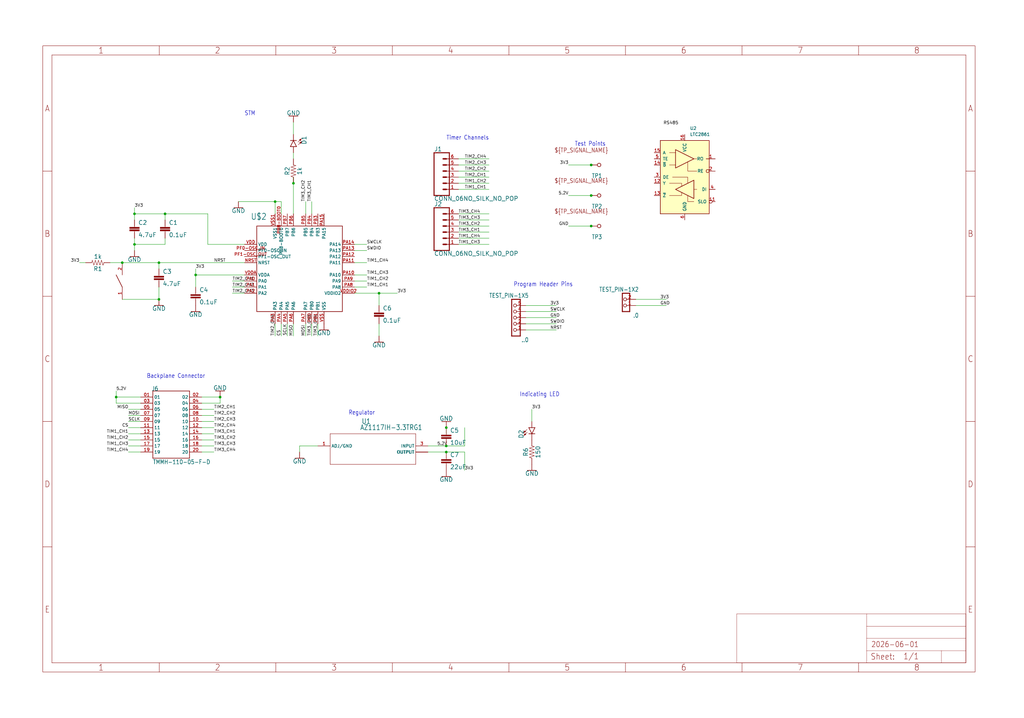
<source format=kicad_sch>
(kicad_sch (version 20231120) (generator "eeschema") (generator_version "8.0")
  (paper "User" 425.45 298.602)
  (lib_symbols
    (symbol "Interface_UART:LTC2861" (pin_names (offset 1.016))
      (property "Reference" "U" (at -8.89 16.51 0))
      (property "Value" "LTC2861" (at 2.54 16.51 0))
      (symbol "LTC2861_0_1"
        (rectangle (start -10.16 15.24) (end 10.16 -15.24) (stroke (width 0.254)) (fill (type background)))
        (polyline (pts (xy 3.81 7.62) (xy 5.08 7.62)))
        (polyline (pts (xy 5.08 -5.08) (xy 3.81 -5.08)))
        (polyline (pts (xy -6.35 5.08) (xy -3.81 5.08) (xy -3.81 5.08)))
        (polyline (pts (xy -6.35 10.16) (xy -3.81 10.16) (xy -3.81 10.16)))
        (polyline (pts (xy -6.35 -7.62) (xy -1.27 -7.62) (xy -1.27 -6.35) (xy -1.27 -6.35)))
        (polyline (pts (xy -6.35 -2.54) (xy -1.27 -2.54) (xy -1.27 -3.81) (xy -1.27 -3.81)))
        (polyline (pts (xy -5.08 0) (xy 1.27 0) (xy 1.27 -2.54) (xy 1.27 -2.54)))
        (polyline (pts (xy 1.27 6.35) (xy 1.27 2.54) (xy 2.54 2.54) (xy 5.08 2.54)))
        (polyline (pts (xy 3.81 -10.16) (xy 1.27 -10.16) (xy 1.27 -7.62) (xy 1.27 -7.62)))
        (polyline (pts (xy -3.81 11.43) (xy -3.81 3.81) (xy 3.81 7.62) (xy -3.81 11.43) (xy -3.81 11.43)) (stroke (width 0.254)))
        (polyline (pts (xy 3.81 -1.27) (xy 3.81 -8.89) (xy -3.81 -5.08) (xy 3.81 -1.27) (xy 3.81 -1.27)) (stroke (width 0.254)))
      )
      (symbol "LTC2861_1_1"
        (pin output line (at 12.7 7.62 180) (length 3.81) (name "RO") (number "1"))
        (pin input inverted (at 12.7 -10.16 180) (length 2.54) (name "SLO") (number "11"))
        (pin output line (at -12.7 -2.54 0) (length 2.54) (name "Y") (number "12"))
        (pin output line (at -12.7 -7.62 0) (length 2.54) (name "~{Z}") (number "13"))
        (pin input line (at -12.7 5.08 0) (length 2.54) (name "~{B}") (number "14"))
        (pin input line (at -12.7 10.16 0) (length 2.54) (name "A") (number "15"))
        (pin power_in line (at 0 17.78 270) (length 2.54) (name "VCC") (number "16"))
        (pin input inverted (at 12.7 2.54 180) (length 3.81) (name "RE") (number "2"))
        (pin input line (at -12.7 0 0) (length 2.54) (name "DE") (number "3"))
        (pin input line (at 12.7 -5.08 180) (length 2.54) (name "DI") (number "4"))
        (pin input line (at -12.7 7.62 0) (length 2.54) (name "TE") (number "5"))
        (pin power_in line (at 0 -17.78 90) (length 2.54) (name "GND") (number "6"))
      )
    )
    (symbol "X16-ESC-Controller-eagle-import:2.55KOHM-0603-1/10W-1%"
      (property "Reference" "R" (at 0 1.524 0))
      (symbol "2.55KOHM-0603-1/10W-1%_1_0"
        (polyline (pts (xy -2.54 0) (xy -2.159 1.016)) (stroke (width 0.1524)))
        (polyline (pts (xy -2.159 1.016) (xy -1.524 -1.016)) (stroke (width 0.1524)))
        (polyline (pts (xy -1.524 -1.016) (xy -0.889 1.016)) (stroke (width 0.1524)))
        (polyline (pts (xy -0.889 1.016) (xy -0.254 -1.016)) (stroke (width 0.1524)))
        (polyline (pts (xy -0.254 -1.016) (xy 0.381 1.016)) (stroke (width 0.1524)))
        (polyline (pts (xy 0.381 1.016) (xy 1.016 -1.016)) (stroke (width 0.1524)))
        (polyline (pts (xy 1.016 -1.016) (xy 1.651 1.016)) (stroke (width 0.1524)))
        (polyline (pts (xy 1.651 1.016) (xy 2.286 -1.016)) (stroke (width 0.1524)))
        (polyline (pts (xy 2.286 -1.016) (xy 2.54 0)) (stroke (width 0.1524)))
        (pin passive line (at -5.08 0 0) (length 2.54) (name "1") (number "1"))
        (pin passive line (at 5.08 0 180) (length 2.54) (name "2") (number "2"))
      )
    )
    (symbol "X16-ESC-Controller-eagle-import:4.7PF-0603-50V-5%"
      (property "Reference" "C" (at 1.524 2.921 0))
      (symbol "4.7PF-0603-50V-5%_1_0"
        (rectangle (start -2.032 0.508) (end 2.032 1.016) (fill (type outline)))
        (rectangle (start -2.032 1.524) (end 2.032 2.032) (fill (type outline)))
        (polyline (pts (xy 0 0) (xy 0 0.508)) (stroke (width 0.1524)))
        (polyline (pts (xy 0 2.54) (xy 0 2.032)) (stroke (width 0.1524)))
        (pin passive line (at 0 5.08 270) (length 2.54) (name "1") (number "1"))
        (pin passive line (at 0 -2.54 90) (length 2.54) (name "2") (number "2"))
      )
    )
    (symbol "X16-ESC-Controller-eagle-import:A3L-LOC"
      (symbol "A3L-LOC_1_0"
        (polyline (pts (xy 0 52.07) (xy 3.81 52.07)))
        (polyline (pts (xy 0 104.14) (xy 3.81 104.14)))
        (polyline (pts (xy 0 156.21) (xy 3.81 156.21)))
        (polyline (pts (xy 0 208.28) (xy 3.81 208.28)))
        (polyline (pts (xy 3.81 3.81) (xy 3.81 256.54)))
        (polyline (pts (xy 48.4188 0) (xy 48.4188 3.81)))
        (polyline (pts (xy 48.4188 256.54) (xy 48.4188 260.35)))
        (polyline (pts (xy 96.8375 0) (xy 96.8375 3.81)))
        (polyline (pts (xy 96.8375 256.54) (xy 96.8375 260.35)))
        (polyline (pts (xy 145.2563 0) (xy 145.2563 3.81)))
        (polyline (pts (xy 145.2563 256.54) (xy 145.2563 260.35)))
        (polyline (pts (xy 193.675 0) (xy 193.675 3.81)))
        (polyline (pts (xy 193.675 256.54) (xy 193.675 260.35)))
        (polyline (pts (xy 242.0938 0) (xy 242.0938 3.81)))
        (polyline (pts (xy 242.0938 256.54) (xy 242.0938 260.35)))
        (polyline (pts (xy 288.29 3.81) (xy 288.29 24.13)) (stroke (width 0.1016)))
        (polyline (pts (xy 288.29 3.81) (xy 342.265 3.81)) (stroke (width 0.1016)))
        (polyline (pts (xy 288.29 24.13) (xy 342.265 24.13)) (stroke (width 0.1016)))
        (polyline (pts (xy 290.5125 0) (xy 290.5125 3.81)))
        (polyline (pts (xy 290.5125 256.54) (xy 290.5125 260.35)))
        (polyline (pts (xy 338.9313 0) (xy 338.9313 3.81)))
        (polyline (pts (xy 338.9313 256.54) (xy 338.9313 260.35)))
        (polyline (pts (xy 342.265 3.81) (xy 373.38 3.81)) (stroke (width 0.1016)))
        (polyline (pts (xy 342.265 8.89) (xy 342.265 3.81)) (stroke (width 0.1016)))
        (polyline (pts (xy 342.265 8.89) (xy 342.265 13.97)) (stroke (width 0.1016)))
        (polyline (pts (xy 342.265 13.97) (xy 342.265 19.05)) (stroke (width 0.1016)))
        (polyline (pts (xy 342.265 13.97) (xy 383.54 13.97)) (stroke (width 0.1016)))
        (polyline (pts (xy 342.265 19.05) (xy 342.265 24.13)) (stroke (width 0.1016)))
        (polyline (pts (xy 342.265 19.05) (xy 383.54 19.05)) (stroke (width 0.1016)))
        (polyline (pts (xy 342.265 24.13) (xy 383.54 24.13)) (stroke (width 0.1016)))
        (polyline (pts (xy 373.38 3.81) (xy 373.38 8.89)) (stroke (width 0.1016)))
        (polyline (pts (xy 373.38 3.81) (xy 383.54 3.81)) (stroke (width 0.1016)))
        (polyline (pts (xy 373.38 8.89) (xy 342.265 8.89)) (stroke (width 0.1016)))
        (polyline (pts (xy 373.38 8.89) (xy 383.54 8.89)) (stroke (width 0.1016)))
        (polyline (pts (xy 383.54 3.81) (xy 3.81 3.81)))
        (polyline (pts (xy 383.54 3.81) (xy 383.54 8.89)) (stroke (width 0.1016)))
        (polyline (pts (xy 383.54 3.81) (xy 383.54 256.54)))
        (polyline (pts (xy 383.54 8.89) (xy 383.54 13.97)) (stroke (width 0.1016)))
        (polyline (pts (xy 383.54 13.97) (xy 383.54 19.05)) (stroke (width 0.1016)))
        (polyline (pts (xy 383.54 19.05) (xy 383.54 24.13)) (stroke (width 0.1016)))
        (polyline (pts (xy 383.54 52.07) (xy 387.35 52.07)))
        (polyline (pts (xy 383.54 104.14) (xy 387.35 104.14)))
        (polyline (pts (xy 383.54 156.21) (xy 387.35 156.21)))
        (polyline (pts (xy 383.54 208.28) (xy 387.35 208.28)))
        (polyline (pts (xy 383.54 256.54) (xy 3.81 256.54)))
        (polyline (pts (xy 0 0) (xy 387.35 0) (xy 387.35 260.35) (xy 0 260.35) (xy 0 0)))
        (text "${#}/${##}" (at 357.505 5.08 0) (effects (font (size 2.54 2.159)) (justify left bottom)))
        (text "${CURRENT_DATE}" (at 344.17 10.16 0) (effects (font (size 2.286 1.9431)) (justify left bottom)))
        (text "${PROJECTNAME}" (at 344.17 15.24 0) (effects (font (size 2.54 2.159)) (justify left bottom)))
        (text "1" (at 24.2094 1.905 0) (effects (font (size 2.54 2.286))))
        (text "1" (at 24.2094 258.445 0) (effects (font (size 2.54 2.286))))
        (text "2" (at 72.6281 1.905 0) (effects (font (size 2.54 2.286))))
        (text "2" (at 72.6281 258.445 0) (effects (font (size 2.54 2.286))))
        (text "3" (at 121.0469 1.905 0) (effects (font (size 2.54 2.286))))
        (text "3" (at 121.0469 258.445 0) (effects (font (size 2.54 2.286))))
        (text "4" (at 169.4656 1.905 0) (effects (font (size 2.54 2.286))))
        (text "4" (at 169.4656 258.445 0) (effects (font (size 2.54 2.286))))
        (text "5" (at 217.8844 1.905 0) (effects (font (size 2.54 2.286))))
        (text "5" (at 217.8844 258.445 0) (effects (font (size 2.54 2.286))))
        (text "6" (at 266.3031 1.905 0) (effects (font (size 2.54 2.286))))
        (text "6" (at 266.3031 258.445 0) (effects (font (size 2.54 2.286))))
        (text "7" (at 314.7219 1.905 0) (effects (font (size 2.54 2.286))))
        (text "7" (at 314.7219 258.445 0) (effects (font (size 2.54 2.286))))
        (text "8" (at 363.1406 1.905 0) (effects (font (size 2.54 2.286))))
        (text "8" (at 363.1406 258.445 0) (effects (font (size 2.54 2.286))))
        (text "A" (at 1.905 234.315 0) (effects (font (size 2.54 2.286))))
        (text "A" (at 385.445 234.315 0) (effects (font (size 2.54 2.286))))
        (text "B" (at 1.905 182.245 0) (effects (font (size 2.54 2.286))))
        (text "B" (at 385.445 182.245 0) (effects (font (size 2.54 2.286))))
        (text "C" (at 1.905 130.175 0) (effects (font (size 2.54 2.286))))
        (text "C" (at 385.445 130.175 0) (effects (font (size 2.54 2.286))))
        (text "D" (at 1.905 78.105 0) (effects (font (size 2.54 2.286))))
        (text "D" (at 385.445 78.105 0) (effects (font (size 2.54 2.286))))
        (text "E" (at 1.905 26.035 0) (effects (font (size 2.54 2.286))))
        (text "E" (at 385.445 26.035 0) (effects (font (size 2.54 2.286))))
        (text "Sheet:" (at 343.916 4.953 0) (effects (font (size 2.54 2.159)) (justify left bottom)))
      )
    )
    (symbol "X16-ESC-Controller-eagle-import:AZ1117IH-3.3TRG1"
      (symbol "AZ1117IH-3.3TRG1_1_0"
        (polyline (pts (xy 7.62 -7.62) (xy 43.18 -7.62)) (stroke (width 0.1524)))
        (polyline (pts (xy 7.62 5.08) (xy 7.62 -7.62)) (stroke (width 0.1524)))
        (polyline (pts (xy 43.18 -7.62) (xy 43.18 5.08)) (stroke (width 0.1524)))
        (polyline (pts (xy 43.18 5.08) (xy 7.62 5.08)) (stroke (width 0.1524)))
        (pin passive line (at 2.54 0 0) (length 5.08) (name "ADJ/GND") (number "1"))
        (pin output line (at 48.26 -2.54 180) (length 5.08) (name "OUTPUT") (number "2"))
        (pin passive line (at 48.26 0 180) (length 5.08) (name "INPUT") (number "3"))
        (pin output line (at 48.26 -2.54 180) (length 5.08) (name "OUTPUT") (number "4"))
      )
    )
    (symbol "X16-ESC-Controller-eagle-import:CONN_06NO_SILK_NO_POP"
      (property "Reference" "J" (at -5.08 10.668 0))
      (symbol "CONN_06NO_SILK_NO_POP_1_0"
        (polyline (pts (xy -5.08 10.16) (xy -5.08 -7.62)) (stroke (width 0.4064)))
        (polyline (pts (xy -5.08 10.16) (xy 1.27 10.16)) (stroke (width 0.4064)))
        (polyline (pts (xy -1.27 -5.08) (xy 0 -5.08)) (stroke (width 0.6096)))
        (polyline (pts (xy -1.27 -2.54) (xy 0 -2.54)) (stroke (width 0.6096)))
        (polyline (pts (xy -1.27 0) (xy 0 0)) (stroke (width 0.6096)))
        (polyline (pts (xy -1.27 2.54) (xy 0 2.54)) (stroke (width 0.6096)))
        (polyline (pts (xy -1.27 5.08) (xy 0 5.08)) (stroke (width 0.6096)))
        (polyline (pts (xy -1.27 7.62) (xy 0 7.62)) (stroke (width 0.6096)))
        (polyline (pts (xy 1.27 -7.62) (xy -5.08 -7.62)) (stroke (width 0.4064)))
        (polyline (pts (xy 1.27 -7.62) (xy 1.27 10.16)) (stroke (width 0.4064)))
        (pin passive line (at 5.08 -5.08 180) (length 5.08) (name "1") (number "1"))
        (pin passive line (at 5.08 -2.54 180) (length 5.08) (name "2") (number "2"))
        (pin passive line (at 5.08 0 180) (length 5.08) (name "3") (number "3"))
        (pin passive line (at 5.08 2.54 180) (length 5.08) (name "4") (number "4"))
        (pin passive line (at 5.08 5.08 180) (length 5.08) (name "5") (number "5"))
        (pin passive line (at 5.08 7.62 180) (length 5.08) (name "6") (number "6"))
      )
    )
    (symbol "X16-ESC-Controller-eagle-import:GND" (power)
      (symbol "GND_1_0"
        (polyline (pts (xy -1.905 0) (xy 1.905 0)) (stroke (width 0.254)))
        (pin power_in line (at 0 2.54 270) (length 2.54) (name "GND") (number "1"))
      )
    )
    (symbol "X16-ESC-Controller-eagle-import:IC_STM32F042K6T6"
      (symbol "IC_STM32F042K6T6_1_0"
        (polyline (pts (xy -17.78 -17.78) (xy 17.78 -17.78)) (stroke (width 0.254)))
        (polyline (pts (xy -17.78 17.78) (xy -17.78 -17.78)) (stroke (width 0.254)))
        (polyline (pts (xy 17.78 -17.78) (xy 17.78 17.78)) (stroke (width 0.254)))
        (polyline (pts (xy 17.78 17.78) (xy -17.78 17.78)) (stroke (width 0.254)))
        (pin bidirectional line (at -22.86 2.54 0) (length 5.08) (name "NRST") (number "NRST"))
        (pin bidirectional line (at -22.86 -5.08 0) (length 5.08) (name "PA0") (number "PA0"))
        (pin bidirectional line (at -22.86 -7.62 0) (length 5.08) (name "PA1") (number "PA1"))
        (pin bidirectional line (at 22.86 -2.54 180) (length 5.08) (name "PA10") (number "PA10"))
        (pin bidirectional line (at 22.86 2.54 180) (length 5.08) (name "PA11") (number "PA11"))
        (pin bidirectional line (at 22.86 5.08 180) (length 5.08) (name "PA12") (number "PA12"))
        (pin bidirectional line (at 22.86 7.62 180) (length 5.08) (name "PA13") (number "PA13"))
        (pin bidirectional line (at 22.86 10.16 180) (length 5.08) (name "PA14") (number "PA14"))
        (pin bidirectional line (at 10.16 22.86 270) (length 5.08) (name "PA15") (number "PA15"))
        (pin bidirectional line (at -22.86 -10.16 0) (length 5.08) (name "PA2") (number "PA2"))
        (pin bidirectional line (at -10.16 -22.86 90) (length 5.08) (name "PA3") (number "PA3"))
        (pin bidirectional line (at -7.62 -22.86 90) (length 5.08) (name "PA4") (number "PA4"))
        (pin bidirectional line (at -5.08 -22.86 90) (length 5.08) (name "PA5") (number "PA5"))
        (pin bidirectional line (at -2.54 -22.86 90) (length 5.08) (name "PA6") (number "PA6"))
        (pin bidirectional line (at 2.54 -22.86 90) (length 5.08) (name "PA7") (number "PA7"))
        (pin bidirectional line (at 22.86 -7.62 180) (length 5.08) (name "PA8") (number "PA8"))
        (pin bidirectional line (at 22.86 -5.08 180) (length 5.08) (name "PA9") (number "PA9"))
        (pin bidirectional line (at 5.08 -22.86 90) (length 5.08) (name "PB0") (number "PB0"))
        (pin bidirectional line (at 7.62 -22.86 90) (length 5.08) (name "PB1") (number "PB1"))
        (pin bidirectional line (at 7.62 22.86 270) (length 5.08) (name "PB3") (number "PB3"))
        (pin bidirectional line (at 5.08 22.86 270) (length 5.08) (name "PB4") (number "PB4"))
        (pin bidirectional line (at 2.54 22.86 270) (length 5.08) (name "PB5") (number "PB5"))
        (pin bidirectional line (at -2.54 22.86 270) (length 5.08) (name "PB6") (number "PB6"))
        (pin bidirectional line (at -5.08 22.86 270) (length 5.08) (name "PB7") (number "PB7"))
        (pin bidirectional line (at -7.62 22.86 270) (length 5.08) (name "PB8-BOOT0") (number "PB8-BOOT0"))
        (pin bidirectional line (at -22.86 7.62 0) (length 5.08) (name "PF0-OSC_IN") (number "PF0-OSC_IN"))
        (pin bidirectional line (at -22.86 5.08 0) (length 5.08) (name "PF1-OSC_OUT") (number "PF1-OSC_OUT"))
        (pin bidirectional line (at -22.86 10.16 0) (length 5.08) (name "VDD") (number "VDD"))
        (pin bidirectional line (at -22.86 -2.54 0) (length 5.08) (name "VDDA") (number "VDDA"))
        (pin bidirectional line (at 22.86 -10.16 180) (length 5.08) (name "VDDIO2") (number "VDDIO2"))
        (pin bidirectional line (at 10.16 -22.86 90) (length 5.08) (name "VSS") (number "VSS"))
        (pin bidirectional line (at -10.16 22.86 270) (length 5.08) (name "VSS1") (number "VSS1"))
      )
    )
    (symbol "X16-ESC-Controller-eagle-import:LED-GREEN0805-PG"
      (property "Reference" "D" (at -3.429 -4.572 90))
      (symbol "LED-GREEN0805-PG_1_0"
        (polyline (pts (xy -2.032 -0.762) (xy -3.429 -2.159)) (stroke (width 0.1524)))
        (polyline (pts (xy -1.905 -1.905) (xy -3.302 -3.302)) (stroke (width 0.1524)))
        (polyline (pts (xy 0 -2.54) (xy -1.27 -2.54)) (stroke (width 0.254)))
        (polyline (pts (xy 0 -2.54) (xy -1.27 0)) (stroke (width 0.254)))
        (polyline (pts (xy 1.27 -2.54) (xy 0 -2.54)) (stroke (width 0.254)))
        (polyline (pts (xy 1.27 0) (xy -1.27 0)) (stroke (width 0.254)))
        (polyline (pts (xy 1.27 0) (xy 0 -2.54)) (stroke (width 0.254)))
        (polyline (pts (xy -3.429 -2.159) (xy -3.048 -1.27) (xy -2.54 -1.778)) (stroke (width 0.1524)) (fill (type outline)))
        (polyline (pts (xy -3.302 -3.302) (xy -2.921 -2.413) (xy -2.413 -2.921)) (stroke (width 0.1524)) (fill (type outline)))
        (pin passive line (at 0 2.54 270) (length 2.54) (name "A") (number "A"))
        (pin passive line (at 0 -5.08 90) (length 2.54) (name "C") (number "C"))
      )
    )
    (symbol "X16-ESC-Controller-eagle-import:SWITCH_DISCRETECOMPONENTS"
      (symbol "SWITCH_DISCRETECOMPONENTS_1_0"
        (polyline (pts (xy -2.54 0) (xy 2.54 2.54)) (stroke (width 0.254)))
        (pin bidirectional line (at -7.62 0 0) (length 5.08) (name "P$1") (number "1"))
        (pin bidirectional line (at 7.62 0 180) (length 5.08) (name "P$2") (number "2"))
      )
    )
    (symbol "X16-ESC-Controller-eagle-import:TESTPOINT_5.04MM"
      (property "Reference" "TP" (at -1.27 3.556 0))
      (symbol "TESTPOINT_5.04MM_1_0"
        (circle (center 0 0) (radius 0.7184) (stroke (width 0.254)))
        (text "${TP_SIGNAL_NAME}" (at -3.81 -5.08 0) (effects (font (size 1.778 1.5113)) (justify left bottom)))
        (pin input line (at 3.302 0 180) (length 2.54) (name "TP") (number "TP"))
      )
    )
    (symbol "X16-ESC-Controller-eagle-import:TEST_PIN-1X2"
      (property "Reference" "JP" (at -6.35 5.715 0))
      (symbol "TEST_PIN-1X2_1_0"
        (polyline (pts (xy -2.54 -2.54) (xy 0.508 -2.54)) (stroke (width 0.4064)))
        (polyline (pts (xy -2.54 5.08) (xy -2.54 -2.54)) (stroke (width 0.4064)))
        (polyline (pts (xy 0.508 -2.54) (xy 0.508 5.08)) (stroke (width 0.4064)))
        (polyline (pts (xy 0.508 5.08) (xy -2.54 5.08)) (stroke (width 0.4064)))
        (pin passive inverted (at -5.08 2.54 0) (length 5.08) (name "1") (number "1"))
        (pin passive inverted (at -5.08 0 0) (length 5.08) (name "2") (number "2"))
      )
    )
    (symbol "X16-ESC-Controller-eagle-import:TEST_PIN-1X5"
      (property "Reference" "JP" (at -6.35 8.255 0))
      (symbol "TEST_PIN-1X5_1_0"
        (polyline (pts (xy -2.794 -7.62) (xy 0.762 -7.62)) (stroke (width 0.4064)))
        (polyline (pts (xy -2.794 7.62) (xy -2.794 -7.62)) (stroke (width 0.4064)))
        (polyline (pts (xy 0.762 -7.62) (xy 0.762 7.62)) (stroke (width 0.4064)))
        (polyline (pts (xy 0.762 7.62) (xy -2.794 7.62)) (stroke (width 0.4064)))
        (pin passive inverted (at -5.08 5.08 0) (length 5.08) (name "1") (number "1"))
        (pin passive inverted (at -5.08 2.54 0) (length 5.08) (name "2") (number "2"))
        (pin passive inverted (at -5.08 0 0) (length 5.08) (name "3") (number "3"))
        (pin passive inverted (at -5.08 -2.54 0) (length 5.08) (name "4") (number "4"))
        (pin passive inverted (at -5.08 -5.08 0) (length 5.08) (name "5") (number "5"))
      )
    )
    (symbol "X16-ESC-Controller-eagle-import:TMMH-110-05-F-D"
      (property "Reference" "J" (at -8.12 15.24 0))
      (symbol "TMMH-110-05-F-D_1_0"
        (polyline (pts (xy -7.62 -12.7) (xy -7.62 15.24)) (stroke (width 0.254)))
        (polyline (pts (xy -7.62 15.24) (xy 7.62 15.24)) (stroke (width 0.254)))
        (polyline (pts (xy 7.62 -12.7) (xy -7.62 -12.7)) (stroke (width 0.254)))
        (polyline (pts (xy 7.62 15.24) (xy 7.62 -12.7)) (stroke (width 0.254)))
        (pin passive line (at -12.7 12.7 0) (length 5.08) (name "01") (number "01"))
        (pin passive line (at 12.7 12.7 180) (length 5.08) (name "02") (number "02"))
        (pin passive line (at -12.7 10.16 0) (length 5.08) (name "03") (number "03"))
        (pin passive line (at 12.7 10.16 180) (length 5.08) (name "04") (number "04"))
        (pin passive line (at -12.7 7.62 0) (length 5.08) (name "05") (number "05"))
        (pin passive line (at 12.7 7.62 180) (length 5.08) (name "06") (number "06"))
        (pin passive line (at -12.7 5.08 0) (length 5.08) (name "07") (number "07"))
        (pin passive line (at 12.7 5.08 180) (length 5.08) (name "08") (number "08"))
        (pin passive line (at -12.7 2.54 0) (length 5.08) (name "09") (number "09"))
        (pin passive line (at 12.7 2.54 180) (length 5.08) (name "10") (number "10"))
        (pin passive line (at -12.7 0 0) (length 5.08) (name "11") (number "11"))
        (pin passive line (at 12.7 0 180) (length 5.08) (name "12") (number "12"))
        (pin passive line (at -12.7 -2.54 0) (length 5.08) (name "13") (number "13"))
        (pin passive line (at 12.7 -2.54 180) (length 5.08) (name "14") (number "14"))
        (pin passive line (at -12.7 -5.08 0) (length 5.08) (name "15") (number "15"))
        (pin passive line (at 12.7 -5.08 180) (length 5.08) (name "16") (number "16"))
        (pin passive line (at -12.7 -7.62 0) (length 5.08) (name "17") (number "17"))
        (pin passive line (at 12.7 -7.62 180) (length 5.08) (name "18") (number "18"))
        (pin passive line (at -12.7 -10.16 0) (length 5.08) (name "19") (number "19"))
        (pin passive line (at 12.7 -10.16 180) (length 5.08) (name "20") (number "20"))
      )
    )
  )
  (junction (at 55.88 88.9))
  (junction (at 66.04 124.46))
  (junction (at 66.04 109.22))
  (junction (at 68.58 88.9))
  (junction (at 81.28 114.3))
  (junction (at 245.618 68.58))
  (junction (at 157.48 121.92))
  (junction (at 114.3 83.82))
  (junction (at 55.88 101.6))
  (junction (at 50.8 109.22))
  (junction (at 245.618 93.98))
  (junction (at 185.42 185.42))
  (junction (at 185.42 187.96))
  (junction (at 245.618 81.28))
  (junction (at 48.26 165.1))
  (junction (at 91.44 165.1))
  (junction (at 185.42 177.8))
  (junction (at 121.92 76.2))
  (wire (pts (xy 124.46 185.42) (xy 124.46 187.96)) (stroke (width 0.1524)))
  (wire (pts (xy 147.32 109.22) (xy 152.4 109.22)) (stroke (width 0.1524)))
  (wire (pts (xy 55.88 86.36) (xy 55.88 88.9)) (stroke (width 0.1524)))
  (wire (pts (xy 66.04 109.22) (xy 50.8 109.22)) (stroke (width 0.1524)))
  (wire (pts (xy 83.82 182.88) (xy 88.9 182.88)) (stroke (width 0.1524)))
  (wire (pts (xy 121.92 134.62) (xy 121.92 139.7)) (stroke (width 0.1524)))
  (wire (pts (xy 190.5 91.44) (xy 203.2 91.44)) (stroke (width 0.1524)))
  (wire (pts (xy 185.42 187.96) (xy 193.04 187.96)) (stroke (width 0.1524)))
  (wire (pts (xy 86.36 101.6) (xy 86.36 88.9)) (stroke (width 0.1524)))
  (wire (pts (xy 83.82 187.96) (xy 88.9 187.96)) (stroke (width 0.1524)))
  (wire (pts (xy 245.618 81.28) (xy 236.22 81.28)) (stroke (width 0.1524)))
  (wire (pts (xy 190.5 76.2) (xy 203.2 76.2)) (stroke (width 0.1524)))
  (wire (pts (xy 58.42 177.8) (xy 53.34 177.8)) (stroke (width 0.1524)))
  (wire (pts (xy 83.82 185.42) (xy 88.9 185.42)) (stroke (width 0.1524)))
  (wire (pts (xy 246.38 68.58) (xy 245.618 68.58)) (stroke (width 0.1524)))
  (wire (pts (xy 147.32 116.84) (xy 152.4 116.84)) (stroke (width 0.1524)))
  (wire (pts (xy 83.82 177.8) (xy 88.9 177.8)) (stroke (width 0.1524)))
  (wire (pts (xy 68.58 99.06) (xy 68.58 101.6)) (stroke (width 0.1524)))
  (wire (pts (xy 114.3 134.62) (xy 114.3 139.7)) (stroke (width 0.1524)))
  (wire (pts (xy 246.38 81.28) (xy 245.618 81.28)) (stroke (width 0.1524)))
  (wire (pts (xy 121.92 55.88) (xy 121.92 50.8)) (stroke (width 0.1524)))
  (wire (pts (xy 129.54 134.62) (xy 129.54 139.7)) (stroke (width 0.1524)))
  (wire (pts (xy 190.5 73.66) (xy 203.2 73.66)) (stroke (width 0.1524)))
  (wire (pts (xy 218.44 129.54) (xy 231.14 129.54)) (stroke (width 0.1524)))
  (wire (pts (xy 116.84 88.9) (xy 116.84 83.82)) (stroke (width 0.1524)))
  (wire (pts (xy 48.26 167.64) (xy 48.26 165.1)) (stroke (width 0.1524)))
  (wire (pts (xy 101.6 101.6) (xy 86.36 101.6)) (stroke (width 0.1524)))
  (wire (pts (xy 50.8 109.22) (xy 45.72 109.22)) (stroke (width 0.1524)))
  (wire (pts (xy 101.6 116.84) (xy 96.52 116.84)) (stroke (width 0.1524)))
  (wire (pts (xy 264.16 127) (xy 276.86 127)) (stroke (width 0.1524)))
  (wire (pts (xy 58.42 187.96) (xy 53.34 187.96)) (stroke (width 0.1524)))
  (wire (pts (xy 81.28 114.3) (xy 81.28 111.76)) (stroke (width 0.1524)))
  (wire (pts (xy 83.82 172.72) (xy 88.9 172.72)) (stroke (width 0.1524)))
  (wire (pts (xy 81.28 114.3) (xy 101.6 114.3)) (stroke (width 0.1524)))
  (wire (pts (xy 193.04 187.96) (xy 193.04 195.58)) (stroke (width 0.1524)))
  (wire (pts (xy 55.88 99.06) (xy 55.88 101.6)) (stroke (width 0.1524)))
  (wire (pts (xy 218.44 134.62) (xy 231.14 134.62)) (stroke (width 0.1524)))
  (wire (pts (xy 121.92 88.9) (xy 121.92 76.2)) (stroke (width 0.1524)))
  (wire (pts (xy 58.42 182.88) (xy 53.34 182.88)) (stroke (width 0.1524)))
  (wire (pts (xy 190.5 101.6) (xy 203.2 101.6)) (stroke (width 0.1524)))
  (wire (pts (xy 147.32 119.38) (xy 152.4 119.38)) (stroke (width 0.1524)))
  (wire (pts (xy 127 134.62) (xy 127 139.7)) (stroke (width 0.1524)))
  (wire (pts (xy 86.36 88.9) (xy 68.58 88.9)) (stroke (width 0.1524)))
  (wire (pts (xy 147.32 101.6) (xy 152.4 101.6)) (stroke (width 0.1524)))
  (wire (pts (xy 101.6 121.92) (xy 96.52 121.92)) (stroke (width 0.1524)))
  (wire (pts (xy 55.88 91.44) (xy 55.88 88.9)) (stroke (width 0.1524)))
  (wire (pts (xy 190.5 99.06) (xy 203.2 99.06)) (stroke (width 0.1524)))
  (wire (pts (xy 58.42 172.72) (xy 53.34 172.72)) (stroke (width 0.1524)))
  (wire (pts (xy 58.42 180.34) (xy 53.34 180.34)) (stroke (width 0.1524)))
  (wire (pts (xy 101.6 119.38) (xy 96.52 119.38)) (stroke (width 0.1524)))
  (wire (pts (xy 83.82 180.34) (xy 88.9 180.34)) (stroke (width 0.1524)))
  (wire (pts (xy 218.44 137.16) (xy 231.14 137.16)) (stroke (width 0.1524)))
  (wire (pts (xy 66.04 124.46) (xy 66.04 119.38)) (stroke (width 0.1524)))
  (wire (pts (xy 68.58 88.9) (xy 55.88 88.9)) (stroke (width 0.1524)))
  (wire (pts (xy 190.5 66.04) (xy 203.2 66.04)) (stroke (width 0.1524)))
  (wire (pts (xy 121.92 66.04) (xy 121.92 63.5)) (stroke (width 0.1524)))
  (wire (pts (xy 185.42 185.42) (xy 193.04 185.42)) (stroke (width 0.1524)))
  (wire (pts (xy 114.3 88.9) (xy 114.3 83.82)) (stroke (width 0.1524)))
  (wire (pts (xy 81.28 114.3) (xy 81.28 119.38)) (stroke (width 0.1524)))
  (wire (pts (xy 147.32 121.92) (xy 157.48 121.92)) (stroke (width 0.1524)))
  (wire (pts (xy 220.98 175.26) (xy 220.98 170.18)) (stroke (width 0.1524)))
  (wire (pts (xy 58.42 170.18) (xy 53.34 170.18)) (stroke (width 0.1524)))
  (wire (pts (xy 157.48 121.92) (xy 165.1 121.92)) (stroke (width 0.1524)))
  (wire (pts (xy 127 88.9) (xy 127 83.82)) (stroke (width 0.1524)))
  (wire (pts (xy 91.44 167.64) (xy 91.44 165.1)) (stroke (width 0.1524)))
  (wire (pts (xy 58.42 165.1) (xy 48.26 165.1)) (stroke (width 0.1524)))
  (wire (pts (xy 55.88 101.6) (xy 55.88 104.14)) (stroke (width 0.1524)))
  (wire (pts (xy 50.8 124.46) (xy 66.04 124.46)) (stroke (width 0.1524)))
  (wire (pts (xy 101.6 109.22) (xy 66.04 109.22)) (stroke (width 0.1524)))
  (wire (pts (xy 157.48 121.92) (xy 157.48 127)) (stroke (width 0.1524)))
  (wire (pts (xy 66.04 109.22) (xy 66.04 111.76)) (stroke (width 0.1524)))
  (wire (pts (xy 58.42 175.26) (xy 53.34 175.26)) (stroke (width 0.1524)))
  (wire (pts (xy 121.92 76.2) (xy 121.92 73.66)) (stroke (width 0.1524)))
  (wire (pts (xy 68.58 101.6) (xy 55.88 101.6)) (stroke (width 0.1524)))
  (wire (pts (xy 157.48 134.62) (xy 157.48 139.7)) (stroke (width 0.1524)))
  (wire (pts (xy 190.5 68.58) (xy 203.2 68.58)) (stroke (width 0.1524)))
  (wire (pts (xy 264.16 124.46) (xy 276.86 124.46)) (stroke (width 0.1524)))
  (wire (pts (xy 48.26 165.1) (xy 48.26 162.56)) (stroke (width 0.1524)))
  (wire (pts (xy 83.82 167.64) (xy 91.44 167.64)) (stroke (width 0.1524)))
  (wire (pts (xy 83.82 175.26) (xy 88.9 175.26)) (stroke (width 0.1524)))
  (wire (pts (xy 83.82 170.18) (xy 88.9 170.18)) (stroke (width 0.1524)))
  (wire (pts (xy 58.42 167.64) (xy 48.26 167.64)) (stroke (width 0.1524)))
  (wire (pts (xy 218.44 132.08) (xy 231.14 132.08)) (stroke (width 0.1524)))
  (wire (pts (xy 193.04 185.42) (xy 193.04 177.8)) (stroke (width 0.1524)))
  (wire (pts (xy 245.618 93.98) (xy 236.22 93.98)) (stroke (width 0.1524)))
  (wire (pts (xy 177.8 187.96) (xy 185.42 187.96)) (stroke (width 0.1524)))
  (wire (pts (xy 129.54 88.9) (xy 129.54 83.82)) (stroke (width 0.1524)))
  (wire (pts (xy 190.5 96.52) (xy 203.2 96.52)) (stroke (width 0.1524)))
  (wire (pts (xy 190.5 71.12) (xy 203.2 71.12)) (stroke (width 0.1524)))
  (wire (pts (xy 245.618 68.58) (xy 236.22 68.58)) (stroke (width 0.1524)))
  (wire (pts (xy 99.06 83.82) (xy 114.3 83.82)) (stroke (width 0.1524)))
  (wire (pts (xy 58.42 185.42) (xy 53.34 185.42)) (stroke (width 0.1524)))
  (wire (pts (xy 190.5 78.74) (xy 203.2 78.74)) (stroke (width 0.1524)))
  (wire (pts (xy 33.02 109.22) (xy 35.56 109.22)) (stroke (width 0.1524)))
  (wire (pts (xy 218.44 127) (xy 231.14 127)) (stroke (width 0.1524)))
  (wire (pts (xy 83.82 165.1) (xy 91.44 165.1)) (stroke (width 0.1524)))
  (wire (pts (xy 119.38 134.62) (xy 119.38 139.7)) (stroke (width 0.1524)))
  (wire (pts (xy 147.32 104.14) (xy 152.4 104.14)) (stroke (width 0.1524)))
  (wire (pts (xy 147.32 114.3) (xy 152.4 114.3)) (stroke (width 0.1524)))
  (wire (pts (xy 246.38 93.98) (xy 245.618 93.98)) (stroke (width 0.1524)))
  (wire (pts (xy 116.84 134.62) (xy 116.84 139.7)) (stroke (width 0.1524)))
  (wire (pts (xy 190.5 93.98) (xy 203.2 93.98)) (stroke (width 0.1524)))
  (wire (pts (xy 177.8 185.42) (xy 185.42 185.42)) (stroke (width 0.1524)))
  (wire (pts (xy 116.84 83.82) (xy 114.3 83.82)) (stroke (width 0.1524)))
  (wire (pts (xy 132.08 134.62) (xy 132.08 139.7)) (stroke (width 0.1524)))
  (wire (pts (xy 68.58 91.44) (xy 68.58 88.9)) (stroke (width 0.1524)))
  (wire (pts (xy 185.42 180.34) (xy 185.42 177.8)) (stroke (width 0.1524)))
  (wire (pts (xy 132.08 185.42) (xy 124.46 185.42)) (stroke (width 0.1524)))
  (wire (pts (xy 190.5 88.9) (xy 203.2 88.9)) (stroke (width 0.1524)))
  (text "Program Header Pins" (at 213.36 119.38 0) (effects (font (size 1.778 1.5113)) (justify left bottom)))
  (text "Indicating LED" (at 215.9 165.1 0) (effects (font (size 1.778 1.5113)) (justify left bottom)))
  (text "Backplane Connector" (at 60.96 157.48 0) (effects (font (size 1.778 1.5113)) (justify left bottom)))
  (text "Timer Channels" (at 185.42 58.42 0) (effects (font (size 1.778 1.5113)) (justify left bottom)))
  (text "Test Points" (at 238.76 60.96 0) (effects (font (size 1.778 1.5113)) (justify left bottom)))
  (text "Regulator" (at 144.78 172.72 0) (effects (font (size 1.778 1.5113)) (justify left bottom)))
  (text "STM" (at 101.6 48.26 0) (effects (font (size 1.778 1.5113)) (justify left bottom)))
  (label "TIM2_CH2" (at 96.52 119.38 0) (effects (font (size 1.2446 1.2446))))
  (label "5.2V" (at 236.22 81.28 180) (effects (font (size 1.2446 1.2446))))
  (label "TIM2_CH1" (at 88.9 170.18 0) (effects (font (size 1.2446 1.2446))))
  (label "TIM3_CH2" (at 190.5 93.98 0) (effects (font (size 1.2446 1.2446))))
  (label "3V3" (at 33.02 109.22 180) (effects (font (size 1.2446 1.2446))))
  (label "MOSI" (at 53.34 172.72 0) (effects (font (size 1.2446 1.2446))))
  (label "RS485" (at 275.59 52.07 0))
  (label "TIM3_CH3" (at 129.54 139.7 90) (effects (font (size 1.2446 1.2446))))
  (label "SWCLK" (at 152.4 101.6 0) (effects (font (size 1.2446 1.2446))))
  (label "3V3" (at 228.6 127 0) (effects (font (size 1.2446 1.2446))))
  (label "TIM2_CH3" (at 193.04 68.58 0) (effects (font (size 1.2446 1.2446))))
  (label "TIM1_CH1" (at 53.34 180.34 180) (effects (font (size 1.2446 1.2446))))
  (label "TIM2_CH1" (at 96.52 116.84 0) (effects (font (size 1.2446 1.2446))))
  (label "TIM2_CH3" (at 96.52 121.92 0) (effects (font (size 1.2446 1.2446))))
  (label "TIM1_CH2" (at 193.04 76.2 0) (effects (font (size 1.2446 1.2446))))
  (label "MOSI" (at 127 139.7 90) (effects (font (size 1.2446 1.2446))))
  (label "GND" (at 274.32 127 0) (effects (font (size 1.2446 1.2446))))
  (label "TIM2_CH4" (at 114.3 139.7 90) (effects (font (size 1.2446 1.2446))))
  (label "SWCLK" (at 228.6 129.54 0) (effects (font (size 1.2446 1.2446))))
  (label "3V3" (at 165.1 121.92 0) (effects (font (size 1.2446 1.2446))))
  (label "GND" (at 228.6 132.08 0) (effects (font (size 1.2446 1.2446))))
  (label "3V3" (at 193.04 195.58 0) (effects (font (size 1.2446 1.2446))))
  (label "CS" (at 116.84 139.7 90) (effects (font (size 1.2446 1.2446))))
  (label "5.2V" (at 181.61 185.42 0) (effects (font (size 1.2446 1.2446))))
  (label "TIM3_CH2" (at 88.9 182.88 0) (effects (font (size 1.2446 1.2446))))
  (label "TIM1_CH3" (at 53.34 185.42 180) (effects (font (size 1.2446 1.2446))))
  (label "NRST" (at 228.6 137.16 0) (effects (font (size 1.2446 1.2446))))
  (label "TIM3_CH3" (at 190.5 91.44 0) (effects (font (size 1.2446 1.2446))))
  (label "TIM2_CH4" (at 88.9 177.8 0) (effects (font (size 1.2446 1.2446))))
  (label "3V3" (at 236.22 68.58 180) (effects (font (size 1.2446 1.2446))))
  (label "GND" (at 236.22 93.98 180) (effects (font (size 1.2446 1.2446))))
  (label "TIM2_CH3" (at 88.9 175.26 0) (effects (font (size 1.2446 1.2446))))
  (label "3V3" (at 81.28 111.76 0) (effects (font (size 1.2446 1.2446))))
  (label "TIM3_CH1" (at 190.5 96.52 0) (effects (font (size 1.2446 1.2446))))
  (label "TIM2_CH2" (at 88.9 172.72 0) (effects (font (size 1.2446 1.2446))))
  (label "MISO" (at 121.92 139.7 90) (effects (font (size 1.2446 1.2446))))
  (label "TIM1_CH4" (at 152.4 109.22 0) (effects (font (size 1.2446 1.2446))))
  (label "TIM3_CH3" (at 88.9 185.42 0) (effects (font (size 1.2446 1.2446))))
  (label "TIM3_CH2" (at 127 83.82 90) (effects (font (size 1.2446 1.2446))))
  (label "TIM3_CH4" (at 132.08 139.7 90) (effects (font (size 1.2446 1.2446))))
  (label "TIM3_CH1" (at 88.9 180.34 0) (effects (font (size 1.2446 1.2446))))
  (label "5.2V" (at 48.26 162.56 0) (effects (font (size 1.2446 1.2446))))
  (label "3V3" (at 274.32 124.46 0) (effects (font (size 1.2446 1.2446))))
  (label "TIM3_CH1" (at 129.54 83.82 90) (effects (font (size 1.2446 1.2446))))
  (label "TIM2_CH2" (at 193.04 71.12 0) (effects (font (size 1.2446 1.2446))))
  (label "TIM1_CH4" (at 53.34 187.96 180) (effects (font (size 1.2446 1.2446))))
  (label "3V3" (at 220.98 170.18 0) (effects (font (size 1.2446 1.2446))))
  (label "3V3" (at 55.88 86.36 0) (effects (font (size 1.2446 1.2446))))
  (label "TIM3_CH4" (at 190.5 88.9 0) (effects (font (size 1.2446 1.2446))))
  (label "TIM1_CH3" (at 152.4 114.3 0) (effects (font (size 1.2446 1.2446))))
  (label "TIM1_CH1" (at 193.04 78.74 0) (effects (font (size 1.2446 1.2446))))
  (label "TIM1_CH2" (at 152.4 116.84 0) (effects (font (size 1.2446 1.2446))))
  (label "MISO" (at 53.34 170.18 180) (effects (font (size 1.2446 1.2446))))
  (label "CS" (at 53.34 177.8 180) (effects (font (size 1.2446 1.2446))))
  (label "SCLK" (at 53.34 175.26 0) (effects (font (size 1.2446 1.2446))))
  (label "TIM2_CH4" (at 193.04 66.04 0) (effects (font (size 1.2446 1.2446))))
  (label "TIM1_CH3" (at 190.5 101.6 0) (effects (font (size 1.2446 1.2446))))
  (label "NRST" (at 88.9 109.22 0) (effects (font (size 1.2446 1.2446))))
  (label "SWDIO" (at 228.6 134.62 0) (effects (font (size 1.2446 1.2446))))
  (label "TIM1_CH4" (at 190.5 99.06 0) (effects (font (size 1.2446 1.2446))))
  (label "TIM1_CH1" (at 152.4 119.38 0) (effects (font (size 1.2446 1.2446))))
  (label "TIM1_CH2" (at 53.34 182.88 180) (effects (font (size 1.2446 1.2446))))
  (label "TIM3_CH4" (at 88.9 187.96 0) (effects (font (size 1.2446 1.2446))))
  (label "TIM2_CH1" (at 193.04 73.66 0) (effects (font (size 1.2446 1.2446))))
  (label "SWDIO" (at 152.4 104.14 0) (effects (font (size 1.2446 1.2446))))
  (label "SCLK" (at 119.38 134.62 270) (effects (font (size 1.2446 1.2446))))
  (symbol (lib_id "X16-ESC-Controller-eagle-import:GND") (at 81.28 129.54 0) (unit 1)
    (property "Reference" "#GND5" (effects (hide yes)))
    (property "Value" "GND" (at 81.28 129.794 0) (effects (font (size 1.778 1.778)) (justify top)))
  )
  (symbol (lib_id "X16-ESC-Controller-eagle-import:GND") (at 185.42 198.12 0) (unit 1)
    (property "Reference" "#GND15" (effects (hide yes)))
    (property "Value" "GND" (at 185.42 198.374 0) (effects (font (size 1.778 1.778)) (justify top)))
  )
  (symbol (lib_id "X16-ESC-Controller-eagle-import:CONN_06NO_SILK_NO_POP") (at 185.42 96.52 0) (unit 1)
    (property "Reference" "J2" (at 180.34 85.852 0) (effects (font (size 1.778 1.778)) (justify left bottom)))
    (property "Value" "CONN_06NO_SILK_NO_POP" (at 180.34 106.426 0) (effects (font (size 1.778 1.778)) (justify left bottom)))
    (property "Footprint" "X16-ESC-Controller:1X06_NO_SILK" (effects (hide yes)))
  )
  (symbol (lib_id "X16-ESC-Controller-eagle-import:TMMH-110-05-F-D") (at 71.12 177.8 0) (unit 1)
    (property "Reference" "J6" (at 63 162.56 0) (effects (font (size 1.778 1.5113)) (justify left bottom)))
    (property "Value" "TMMH-110-05-F-D" (at 63.5 193.04 0) (effects (font (size 1.778 1.5113)) (justify left bottom)))
    (property "Footprint" "X16-ESC-Controller:SAMTEC_TMMH-110-05-F-D" (effects (hide yes)))
  )
  (symbol (lib_id "X16-ESC-Controller-eagle-import:LED-GREEN0805-PG") (at 220.98 177.8 0) (unit 1)
    (property "Reference" "D2" (at 217.551 182.372 90) (effects (font (size 1.778 1.778)) (justify left bottom)))
    (property "Value" "Green" (effects (hide yes)))
    (property "Footprint" "X16-ESC-Controller:LED-0805" (effects (hide yes)))
  )
  (symbol (lib_id "X16-ESC-Controller-eagle-import:GND") (at 220.98 195.58 0) (unit 1)
    (property "Reference" "#GND10" (effects (hide yes)))
    (property "Value" "GND" (at 220.98 195.834 0) (effects (font (size 1.778 1.778)) (justify top)))
  )
  (symbol (lib_id "Interface_UART:LTC2861") (at 284.48 73.66 0) (unit 1)
    (property "Reference" "U2" (at 286.6741 53.34 0) (effects (justify left)))
    (property "Value" "LTC2861" (at 286.6741 55.88 0) (effects (justify left)))
    (property "Footprint" "Package_SO:SSOP-28_5.3x10.2mm_P0.65mm" (effects (hide yes)))
    (property "Datasheet" "linear-tec\\ltc2859-2861.pdf" (effects (hide yes)))
    (property "Description" "20Mbps RS485 transceiver with tntegrated switchable termination" (effects (hide yes)))
  )
  (symbol (lib_id "X16-ESC-Controller-eagle-import:GND") (at 157.48 142.24 0) (unit 1)
    (property "Reference" "#GND2" (effects (hide yes)))
    (property "Value" "GND" (at 157.48 142.494 0) (effects (font (size 1.778 1.778)) (justify top)))
  )
  (symbol (lib_id "X16-ESC-Controller-eagle-import:2.55KOHM-0603-1/10W-1%") (at 220.98 187.96 90) (unit 1)
    (property "Reference" "R6" (at 219.456 187.96 0) (effects (font (size 1.778 1.778)) (justify bottom)))
    (property "Value" "150" (at 222.504 187.96 0) (effects (font (size 1.778 1.778)) (justify top)))
    (property "Footprint" "X16-ESC-Controller:0603" (effects (hide yes)))
  )
  (symbol (lib_id "X16-ESC-Controller-eagle-import:GND") (at 55.88 106.68 0) (unit 1)
    (property "Reference" "#GND4" (effects (hide yes)))
    (property "Value" "GND" (at 55.88 106.934 0) (effects (font (size 1.778 1.778)) (justify top)))
  )
  (symbol (lib_id "X16-ESC-Controller-eagle-import:TESTPOINT_5.04MM") (at 248.92 81.28 180) (unit 1)
    (property "Reference" "TP2" (at 250.19 84.836 0) (effects (font (size 1.778 1.5113)) (justify left bottom)))
    (property "Value" "TESTPOINT_5.04MM" (effects (hide yes)))
    (property "Footprint" "X16-ESC-Controller:TESTPOINT_5.04MM" (effects (hide yes)))
  )
  (symbol (lib_id "X16-ESC-Controller-eagle-import:GND") (at 99.06 86.36 0) (unit 1)
    (property "Reference" "#GND3" (effects (hide yes)))
    (property "Value" "GND" (at 99.06 86.614 0) (effects (font (size 1.778 1.778)) (justify top)))
  )
  (symbol (lib_id "X16-ESC-Controller-eagle-import:LED-GREEN0805-PG") (at 121.92 60.96 180) (unit 1)
    (property "Reference" "D1" (at 125.349 56.388 90) (effects (font (size 1.778 1.778)) (justify left bottom)))
    (property "Value" "Green" (effects (hide yes)))
    (property "Footprint" "X16-ESC-Controller:LED-0805" (effects (hide yes)))
  )
  (symbol (lib_id "X16-ESC-Controller-eagle-import:2.55KOHM-0603-1/10W-1%") (at 40.64 109.22 180) (unit 1)
    (property "Reference" "R1" (at 40.64 110.744 0) (effects (font (size 1.778 1.778)) (justify bottom)))
    (property "Value" "1k" (at 40.64 107.696 0) (effects (font (size 1.778 1.778)) (justify top)))
    (property "Footprint" "X16-ESC-Controller:0603" (effects (hide yes)))
  )
  (symbol (lib_id "X16-ESC-Controller-eagle-import:TESTPOINT_5.04MM") (at 248.92 68.58 180) (unit 1)
    (property "Reference" "TP1" (at 250.19 72.136 0) (effects (font (size 1.778 1.5113)) (justify left bottom)))
    (property "Value" "TESTPOINT_5.04MM" (effects (hide yes)))
    (property "Footprint" "X16-ESC-Controller:TESTPOINT_5.04MM" (effects (hide yes)))
  )
  (symbol (lib_id "X16-ESC-Controller-eagle-import:TESTPOINT_5.04MM") (at 248.92 93.98 180) (unit 1)
    (property "Reference" "TP3" (at 250.19 97.536 0) (effects (font (size 1.778 1.5113)) (justify left bottom)))
    (property "Value" "TESTPOINT_5.04MM" (effects (hide yes)))
    (property "Footprint" "X16-ESC-Controller:TESTPOINT_5.04MM" (effects (hide yes)))
  )
  (symbol (lib_id "X16-ESC-Controller-eagle-import:TEST_PIN-1X5") (at 213.36 132.08 180) (unit 1)
    (property "Reference" "..0" (at 219.71 140.335 0) (effects (font (size 1.778 1.5113)) (justify left bottom)))
    (property "Value" "TEST_PIN-1X5" (at 219.71 121.92 0) (effects (font (size 1.778 1.5113)) (justify left bottom)))
    (property "Footprint" "X16-ESC-Controller:1X05" (effects (hide yes)))
  )
  (symbol (lib_id "X16-ESC-Controller-eagle-import:4.7PF-0603-50V-5%") (at 55.88 96.52 0) (unit 1)
    (property "Reference" "C2" (at 57.404 93.599 0) (effects (font (size 1.778 1.778)) (justify left bottom)))
    (property "Value" "4.7uF" (at 57.404 98.679 0) (effects (font (size 1.778 1.778)) (justify left bottom)))
    (property "Footprint" "X16-ESC-Controller:0603" (effects (hide yes)))
  )
  (symbol (lib_id "X16-ESC-Controller-eagle-import:CONN_06NO_SILK_NO_POP") (at 185.42 73.66 0) (unit 1)
    (property "Reference" "J1" (at 180.34 62.992 0) (effects (font (size 1.778 1.778)) (justify left bottom)))
    (property "Value" "CONN_06NO_SILK_NO_POP" (at 180.34 83.566 0) (effects (font (size 1.778 1.778)) (justify left bottom)))
    (property "Footprint" "X16-ESC-Controller:1X06_NO_SILK" (effects (hide yes)))
  )
  (symbol (lib_id "X16-ESC-Controller-eagle-import:4.7PF-0603-50V-5%") (at 185.42 182.88 0) (unit 1)
    (property "Reference" "C5" (at 186.944 179.959 0) (effects (font (size 1.778 1.778)) (justify left bottom)))
    (property "Value" "10uF" (at 186.944 185.039 0) (effects (font (size 1.778 1.778)) (justify left bottom)))
    (property "Footprint" "X16-ESC-Controller:0603" (effects (hide yes)))
  )
  (symbol (lib_id "X16-ESC-Controller-eagle-import:4.7PF-0603-50V-5%") (at 68.58 96.52 0) (unit 1)
    (property "Reference" "C1" (at 70.104 93.599 0) (effects (font (size 1.778 1.778)) (justify left bottom)))
    (property "Value" "0.1uF" (at 70.104 98.679 0) (effects (font (size 1.778 1.778)) (justify left bottom)))
    (property "Footprint" "X16-ESC-Controller:0603" (effects (hide yes)))
  )
  (symbol (lib_id "X16-ESC-Controller-eagle-import:IC_STM32F042K6T6") (at 124.46 111.76 0) (unit 1)
    (property "Reference" "U$2" (at 104.14 91.44 0) (effects (font (size 2.54 2.159)) (justify left bottom)))
    (property "Value" "IC_STM32F042K6T6" (effects (hide yes)))
    (property "Footprint" "X16-ESC-Controller:STM32F042K6T6" (effects (hide yes)))
  )
  (symbol (lib_id "X16-ESC-Controller-eagle-import:GND") (at 91.44 162.56 180) (unit 1)
    (property "Reference" "#GND9" (effects (hide yes)))
    (property "Value" "GND" (at 91.44 162.306 0) (effects (font (size 1.778 1.778)) (justify top)))
  )
  (symbol (lib_id "X16-ESC-Controller-eagle-import:4.7PF-0603-50V-5%") (at 185.42 193.04 0) (unit 1)
    (property "Reference" "C7" (at 186.944 190.119 0) (effects (font (size 1.778 1.778)) (justify left bottom)))
    (property "Value" "22uF" (at 186.944 195.199 0) (effects (font (size 1.778 1.778)) (justify left bottom)))
    (property "Footprint" "X16-ESC-Controller:0603" (effects (hide yes)))
  )
  (symbol (lib_id "X16-ESC-Controller-eagle-import:GND") (at 124.46 190.5 0) (unit 1)
    (property "Reference" "#GND13" (effects (hide yes)))
    (property "Value" "GND" (at 124.46 190.754 0) (effects (font (size 1.778 1.778)) (justify top)))
  )
  (symbol (lib_id "X16-ESC-Controller-eagle-import:GND") (at 185.42 175.26 180) (unit 1)
    (property "Reference" "#GND14" (effects (hide yes)))
    (property "Value" "GND" (at 185.42 175.006 0) (effects (font (size 1.778 1.778)) (justify top)))
  )
  (symbol (lib_id "X16-ESC-Controller-eagle-import:GND") (at 66.04 127 0) (unit 1)
    (property "Reference" "#GND6" (effects (hide yes)))
    (property "Value" "GND" (at 66.04 127.254 0) (effects (font (size 1.778 1.778)) (justify top)))
  )
  (symbol (lib_id "X16-ESC-Controller-eagle-import:4.7PF-0603-50V-5%") (at 66.04 116.84 0) (unit 1)
    (property "Reference" "C3" (at 67.564 113.919 0) (effects (font (size 1.778 1.778)) (justify left bottom)))
    (property "Value" "4.7uF" (at 67.564 118.999 0) (effects (font (size 1.778 1.778)) (justify left bottom)))
    (property "Footprint" "X16-ESC-Controller:0603" (effects (hide yes)))
  )
  (symbol (lib_id "X16-ESC-Controller-eagle-import:AZ1117IH-3.3TRG1") (at 129.54 185.42 0) (unit 1)
    (property "Reference" "U1" (at 150.2156 176.3014 0) (effects (font (size 2.0828 1.7703)) (justify left bottom)))
    (property "Value" "AZ1117IH-3.3TRG1" (at 149.5806 178.8414 0) (effects (font (size 2.0828 1.7703)) (justify left bottom)))
    (property "Footprint" "X16-ESC-Controller:SOT223_AZ1117I_6P5X3P5_DIO" (effects (hide yes)))
  )
  (symbol (lib_id "X16-ESC-Controller-eagle-import:A3L-LOC") (at 17.78 279.4 0) (unit 1)
    (property "Reference" "#FRAME1" (effects (hide yes)))
    (property "Value" "A3L-LOC" (effects (hide yes)))
  )
  (symbol (lib_id "X16-ESC-Controller-eagle-import:2.55KOHM-0603-1/10W-1%") (at 121.92 71.12 90) (unit 1)
    (property "Reference" "R2" (at 120.396 71.12 0) (effects (font (size 1.778 1.778)) (justify bottom)))
    (property "Value" "1k" (at 123.444 71.12 0) (effects (font (size 1.778 1.778)) (justify top)))
    (property "Footprint" "X16-ESC-Controller:0603" (effects (hide yes)))
  )
  (symbol (lib_id "X16-ESC-Controller-eagle-import:GND") (at 134.62 137.16 0) (unit 1)
    (property "Reference" "#GND1" (effects (hide yes)))
    (property "Value" "GND" (at 134.62 137.414 0) (effects (font (size 1.778 1.778)) (justify top)))
  )
  (symbol (lib_id "X16-ESC-Controller-eagle-import:4.7PF-0603-50V-5%") (at 81.28 124.46 0) (unit 1)
    (property "Reference" "C4" (at 82.804 121.539 0) (effects (font (size 1.778 1.778)) (justify left bottom)))
    (property "Value" "0.1uF" (at 82.804 126.619 0) (effects (font (size 1.778 1.778)) (justify left bottom)))
    (property "Footprint" "X16-ESC-Controller:0603" (effects (hide yes)))
  )
  (symbol (lib_id "X16-ESC-Controller-eagle-import:TEST_PIN-1X2") (at 259.08 124.46 180) (unit 1)
    (property "Reference" ".0" (at 265.43 130.175 0) (effects (font (size 1.778 1.5113)) (justify left bottom)))
    (property "Value" "TEST_PIN-1X2" (at 265.43 119.38 0) (effects (font (size 1.778 1.5113)) (justify left bottom)))
    (property "Footprint" "X16-ESC-Controller:1X02" (effects (hide yes)))
  )
  (symbol (lib_id "X16-ESC-Controller-eagle-import:SWITCH_DISCRETECOMPONENTS") (at 50.8 116.84 90) (unit 1)
    (property "Reference" "U$3" (effects (hide yes)))
    (property "Value" "SWITCH_DISCRETECOMPONENTS" (effects (hide yes)))
    (property "Footprint" "X16-ESC-Controller:DISCRETECOMPONENTS_SW_2512" (effects (hide yes)))
  )
  (symbol (lib_id "X16-ESC-Controller-eagle-import:4.7PF-0603-50V-5%") (at 157.48 132.08 0) (unit 1)
    (property "Reference" "C6" (at 159.004 129.159 0) (effects (font (size 1.778 1.778)) (justify left bottom)))
    (property "Value" "0.1uF" (at 159.004 134.239 0) (effects (font (size 1.778 1.778)) (justify left bottom)))
    (property "Footprint" "X16-ESC-Controller:0603" (effects (hide yes)))
  )
  (symbol (lib_id "X16-ESC-Controller-eagle-import:GND") (at 121.92 48.26 180) (unit 1)
    (property "Reference" "#GND7" (effects (hide yes)))
    (property "Value" "GND" (at 121.92 48.006 0) (effects (font (size 1.778 1.778)) (justify top)))
  )
)
</source>
